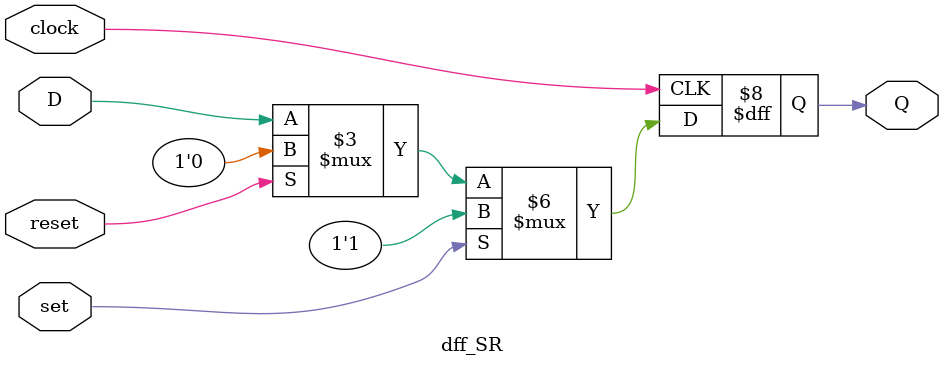
<source format=v>
`timescale 1ns / 1ps

module dff_SR(D, clock, set, reset, Q);
    input D,clock,set,reset;
    output Q;
   
    reg Q;
    always@(posedge clock)
    begin
        if(set)
            Q <= 1;
        else if(reset)
            Q <= 0;
        else
            Q <= D;
    end  
endmodule

</source>
